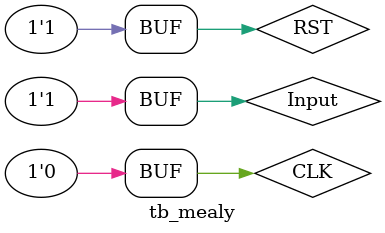
<source format=v>
`timescale 1ns / 1ps
module tb_mealy;
    //inputs
    reg Input;
    reg CLK;
    reg RST;

    //outputs
    wire Output;

    mealy m1 (Input, CLK, RST, Output);

    initial begin
        $dumpfile("tb_mealy.vcd");
        $dumpvars(0, tb_mealy);
    end
    initial begin
        RST = 0;
        CLK = 0;
    #5  RST = 1;
        repeat (30)
    #5  CLK = ~CLK;
    end
    initial begin
       Input = 0; #10 
       Input = 1; #10 
       Input = 0; #10
       Input = 1; #10 
       Input = 1; #10 
       Input = 0; #10 
       Input = 1; #10 
       Input = 0; #10 
       Input = 1; #10
       Input = 1; #10 
       Input = 0; #10
       Input = 1; #10 
       Input = 1; #10
       Input = 0; #10 
       Input = 1;
    end
endmodule

</source>
